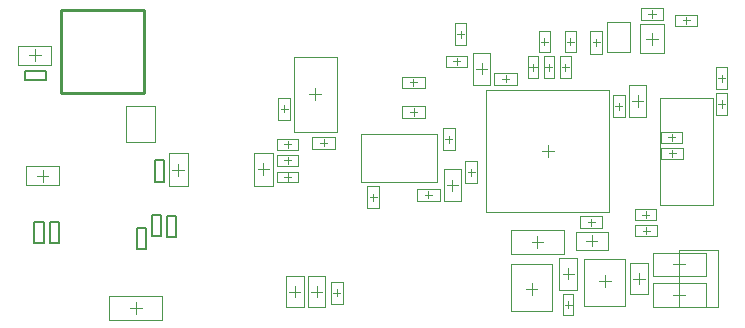
<source format=gbr>
%TF.GenerationSoftware,Altium Limited,Altium Designer,20.2.6 (244)*%
G04 Layer_Color=32768*
%FSLAX45Y45*%
%MOMM*%
%TF.SameCoordinates,5B1E47F8-7F56-49C7-AB48-EE235D2752C7*%
%TF.FilePolarity,Positive*%
%TF.FileFunction,Other,Mechanical_15*%
%TF.Part,Single*%
G01*
G75*
%TA.AperFunction,NonConductor*%
%ADD60C,0.20000*%
%ADD62C,0.10000*%
%ADD74C,0.25400*%
%ADD77C,0.05000*%
D60*
X290000Y2250000D02*
X470000D01*
Y2170000D02*
Y2250000D01*
X290000Y2170000D02*
X470000D01*
X290000D02*
Y2250000D01*
X1320000Y740000D02*
Y920000D01*
X1240000Y740000D02*
X1320000D01*
X1240000D02*
Y920000D01*
X1320000D01*
X1365025Y850000D02*
Y1030000D01*
X1445025D01*
Y850000D02*
Y1030000D01*
X1365025Y850000D02*
X1445025D01*
X1490050Y840000D02*
Y1020000D01*
X1570050D01*
Y840000D02*
Y1020000D01*
X1490050Y840000D02*
X1570050D01*
X580000Y790000D02*
Y970000D01*
X500000Y790000D02*
X580000D01*
X500000D02*
Y970000D01*
X580000D01*
X450000Y790000D02*
Y970000D01*
X370000Y790000D02*
X450000D01*
X370000D02*
Y970000D01*
X450000D01*
X1470000Y1310000D02*
Y1490000D01*
X1390000Y1310000D02*
X1470000D01*
X1390000D02*
Y1490000D01*
X1470000D01*
D62*
X5830000Y300000D02*
Y400000D01*
X5780000Y350000D02*
X5880000D01*
X4040000Y1390000D02*
X4100000D01*
X4070000Y1360000D02*
Y1420000D01*
X3910000Y1232500D02*
Y1327500D01*
X3862500Y1280000D02*
X3957500D01*
X3676000Y1200000D02*
X3736000D01*
X3706000Y1170000D02*
Y1230000D01*
X3240000Y1150000D02*
Y1210000D01*
X3210000Y1180000D02*
X3270000D01*
X3550000Y2150000D02*
X3610000D01*
X3580000Y2120000D02*
Y2180000D01*
X3552475Y1900000D02*
X3612475D01*
X3582475Y1870000D02*
Y1930000D01*
X3880000Y1640000D02*
Y1700000D01*
X3850000Y1670000D02*
X3910000D01*
X4109975Y2267576D02*
X4204975D01*
X4157475Y2220076D02*
Y2315076D01*
X3947500Y2300000D02*
Y2360000D01*
X3917500Y2330000D02*
X3977500D01*
X3950000Y2560000D02*
X4010000D01*
X3980000Y2530000D02*
Y2590000D01*
X4657475Y2495076D02*
X4717475D01*
X4687475Y2465076D02*
Y2525076D01*
X4562450Y2280051D02*
X4622450D01*
X4592450Y2250051D02*
Y2310051D01*
X4697475Y2280051D02*
X4757475D01*
X4727475Y2250051D02*
Y2310050D01*
X4837384Y2280051D02*
X4897384D01*
X4867384Y2250051D02*
Y2310051D01*
X4877475Y2495077D02*
X4937475D01*
X4907475Y2465077D02*
Y2525077D01*
X5098794Y2490000D02*
X5158794D01*
X5128794Y2460000D02*
Y2520000D01*
X5222500Y2660000D02*
X5417500D01*
Y2405000D02*
Y2660000D01*
X5222500Y2405000D02*
X5417500D01*
X5222500D02*
Y2660000D01*
X5430026Y1992500D02*
X5525026D01*
X5477525Y1945000D02*
Y2040000D01*
X5600000Y2470000D02*
Y2570000D01*
X5550000Y2520000D02*
X5650000D01*
X5890000Y2645041D02*
Y2705041D01*
X5860000Y2675041D02*
X5920000D01*
X6160000Y2187500D02*
X6220000D01*
X6190000Y2157500D02*
Y2217500D01*
X5767500Y1655025D02*
Y1715025D01*
X5737500Y1685025D02*
X5797500D01*
X5770000Y1520000D02*
Y1580000D01*
X5740000Y1550000D02*
X5800000D01*
X5547500Y1000000D02*
Y1060000D01*
X5517500Y1030000D02*
X5577500D01*
X5550000Y864975D02*
Y924975D01*
X5520000Y894975D02*
X5580000D01*
X5084000Y937525D02*
Y997525D01*
X5054000Y967525D02*
X5114000D01*
X5090000Y762500D02*
Y857500D01*
X5042500Y810000D02*
X5137500D01*
X5830000Y560000D02*
Y660000D01*
X5780000Y610000D02*
X5880000D01*
X5442475Y490000D02*
X5537474D01*
X5489975Y442500D02*
Y537500D01*
X5200000Y420000D02*
Y520000D01*
X5150000Y470000D02*
X5250000D01*
X4842500Y530000D02*
X4937500D01*
X4890000Y482500D02*
Y577500D01*
X4860000Y267500D02*
X4920000D01*
X4890000Y237500D02*
Y297500D01*
X4579974Y350000D02*
Y450000D01*
X4529974Y400000D02*
X4629974D01*
X2900000Y370000D02*
X2960000D01*
X2930000Y340000D02*
Y400000D01*
X2712500Y380000D02*
X2807500D01*
X2760000Y332500D02*
Y427500D01*
X2527474Y380000D02*
X2622474D01*
X2574974Y332500D02*
Y427500D01*
X2260000Y1415000D02*
X2360000D01*
X2310000Y1365000D02*
Y1465000D01*
X2230000Y1275000D02*
Y1555000D01*
X2390000Y1275000D02*
Y1555000D01*
X2230000Y1275000D02*
X2390000D01*
X2230000Y1555000D02*
X2390000D01*
X2515025Y1595026D02*
Y1655025D01*
X2485026Y1625025D02*
X2545025D01*
X2515025Y1460000D02*
Y1520000D01*
X2485026Y1490000D02*
X2545025D01*
X2515025Y1320000D02*
Y1380000D01*
X2485026Y1350000D02*
X2545025D01*
X2820000Y1610000D02*
Y1670000D01*
X2790000Y1640000D02*
X2850000D01*
X2457475Y1926000D02*
X2517475D01*
X2487475Y1896000D02*
Y1956000D01*
X375000Y2330000D02*
Y2430000D01*
X325000Y2380000D02*
X425000D01*
X235000Y2300000D02*
X515000D01*
X235000Y2460000D02*
X515000D01*
Y2300000D02*
Y2460000D01*
X235000Y2300000D02*
Y2460000D01*
X1230000Y190000D02*
Y290000D01*
X1180000Y240000D02*
X1280000D01*
X440000Y1309975D02*
Y1409975D01*
X390000Y1359975D02*
X490000D01*
X300000Y1279975D02*
X580000D01*
X300000Y1439975D02*
X580000D01*
Y1279975D02*
Y1439975D01*
X300000Y1279975D02*
Y1439975D01*
X1540025Y1410000D02*
X1640025D01*
X1590025Y1360000D02*
Y1460000D01*
X1510025Y1270000D02*
Y1550000D01*
X1670025Y1270000D02*
Y1550000D01*
X1510025Y1270000D02*
X1670025D01*
X1510025Y1550000D02*
X1670025D01*
X1145000Y1950000D02*
X1395000D01*
X1145000Y1650000D02*
Y1950000D01*
Y1650000D02*
X1395000D01*
Y1950000D01*
X3140000Y1307525D02*
X3780000D01*
X3140000D02*
Y1713925D01*
X3780000D01*
Y1307525D02*
Y1713925D01*
X5600000Y2700000D02*
Y2760000D01*
X5570000Y2730000D02*
X5630000D01*
X6190000Y1937500D02*
Y1997500D01*
X6160000Y1967500D02*
X6220000D01*
X5320000Y1920000D02*
Y1980000D01*
X5290000Y1950000D02*
X5350000D01*
X2700000Y2050000D02*
X2800000D01*
X2750000Y2000000D02*
Y2100000D01*
X4580000Y800000D02*
X4680000D01*
X4630000Y750000D02*
Y850000D01*
X4717475Y1520050D02*
Y1620050D01*
X4667475Y1570050D02*
X4767475D01*
X4331475Y2180051D02*
X4391475D01*
X4361475Y2150051D02*
Y2210050D01*
D74*
X600000Y2760000D02*
X1300000D01*
Y2060000D02*
Y2760000D01*
X600000Y2060000D02*
X1300000D01*
X600000D02*
Y2760000D01*
D77*
X5605000Y450000D02*
X6055000D01*
X5605000Y250000D02*
X6055000D01*
X5605000D02*
Y450000D01*
X6055000Y250000D02*
Y450000D01*
X6155100Y248700D02*
Y731300D01*
X5824900D02*
X6155100D01*
X5824900Y248700D02*
Y731300D01*
Y248700D02*
X6155100D01*
X4020000Y1295000D02*
Y1485000D01*
X4120000Y1295000D02*
Y1485000D01*
X4020000Y1295000D02*
X4120000D01*
X4020000Y1485000D02*
X4120000D01*
X3835000Y1145000D02*
X3985000D01*
X3835000Y1415000D02*
X3985000D01*
X3835000Y1145000D02*
Y1415000D01*
X3985000Y1145000D02*
Y1415000D01*
X3611000Y1150000D02*
Y1250000D01*
X3801000Y1150000D02*
Y1250000D01*
X3611000D02*
X3801000D01*
X3611000Y1150000D02*
X3801000D01*
X3190000Y1085000D02*
X3290000D01*
X3190000Y1275000D02*
X3290000D01*
X3190000Y1085000D02*
Y1275000D01*
X3290000Y1085000D02*
Y1275000D01*
X3485000Y2100000D02*
Y2200000D01*
X3675000Y2100000D02*
Y2200000D01*
X3485000D02*
X3675000D01*
X3485000Y2100000D02*
X3675000D01*
X3487475Y1850000D02*
Y1950000D01*
X3677475Y1850000D02*
Y1950000D01*
X3487475D02*
X3677475D01*
X3487475Y1850000D02*
X3677475D01*
X3830000Y1765000D02*
X3930000D01*
X3830000Y1575000D02*
X3930000D01*
Y1765000D01*
X3830000Y1575000D02*
Y1765000D01*
X4082475Y2132576D02*
Y2402576D01*
X4232475Y2132576D02*
Y2402576D01*
X4082475Y2132576D02*
X4232475D01*
X4082475Y2402576D02*
X4232475D01*
X3857500Y2375000D02*
X4037500D01*
X3857500Y2285000D02*
X4037500D01*
X3857500D02*
Y2375000D01*
X4037500Y2285000D02*
Y2375000D01*
X3935000Y2470000D02*
Y2650000D01*
X4025000Y2470000D02*
Y2650000D01*
X3935000Y2470000D02*
X4025000D01*
X3935000Y2650000D02*
X4025000D01*
X4732475Y2405076D02*
Y2585076D01*
X4642475Y2405076D02*
Y2585076D01*
X4732475D01*
X4642475Y2405076D02*
X4732475D01*
X4547450Y2190051D02*
Y2370051D01*
X4637450Y2190051D02*
Y2370051D01*
X4547450Y2190051D02*
X4637450D01*
X4547450Y2370051D02*
X4637450D01*
X4682475Y2190050D02*
Y2370051D01*
X4772475Y2190050D02*
Y2370051D01*
X4682475Y2190050D02*
X4772475D01*
X4682475Y2370051D02*
X4772475D01*
X4822384Y2190051D02*
Y2370051D01*
X4912384Y2190051D02*
Y2370051D01*
X4822384Y2190051D02*
X4912384D01*
X4822384Y2370051D02*
X4912384D01*
X4952475Y2405077D02*
Y2585077D01*
X4862475Y2405077D02*
Y2585077D01*
X4952475D01*
X4862475Y2405077D02*
X4952475D01*
X5078794Y2395000D02*
Y2585000D01*
X5178794Y2395000D02*
Y2585000D01*
X5078794Y2395000D02*
X5178794D01*
X5078794Y2585000D02*
X5178794D01*
X5552526Y1857500D02*
Y2127500D01*
X5402526Y1857500D02*
Y2127500D01*
X5552526D01*
X5402526Y1857500D02*
X5552526D01*
X5500000Y2397500D02*
X5700000D01*
X5500000Y2642500D02*
X5700000D01*
X5500000Y2397500D02*
Y2642500D01*
X5700000Y2397500D02*
Y2642500D01*
X5795000Y2725041D02*
X5985000D01*
X5795000Y2625041D02*
X5985000D01*
X5795000D02*
Y2725041D01*
X5985000Y2625041D02*
Y2725041D01*
X6145000Y2097500D02*
Y2277500D01*
X6235000Y2097500D02*
Y2277500D01*
X6145000Y2097500D02*
X6235000D01*
X6145000Y2277500D02*
X6235000D01*
X5677500Y1640025D02*
X5857500D01*
X5677500Y1730025D02*
X5857500D01*
Y1640025D02*
Y1730025D01*
X5677500Y1640025D02*
Y1730025D01*
X5680000Y1505000D02*
X5860000D01*
X5680000Y1595000D02*
X5860000D01*
Y1505000D02*
Y1595000D01*
X5680000Y1505000D02*
Y1595000D01*
X5457500Y1075000D02*
X5637500D01*
X5457500Y985000D02*
X5637500D01*
X5457500D02*
Y1075000D01*
X5637500Y985000D02*
Y1075000D01*
X5460000Y939975D02*
X5640000D01*
X5460000Y849975D02*
X5640000D01*
X5460000D02*
Y939975D01*
X5640000Y849975D02*
Y939975D01*
X4989000Y917525D02*
X5179000D01*
X4989000Y1017525D02*
X5179000D01*
Y917525D02*
Y1017525D01*
X4989000Y917525D02*
Y1017525D01*
X4955000Y735000D02*
X5225000D01*
X4955000Y885000D02*
X5225000D01*
Y735000D02*
Y885000D01*
X4955000Y735000D02*
Y885000D01*
X5605000Y710000D02*
X6055000D01*
X5605000Y510000D02*
X6055000D01*
X5605000D02*
Y710000D01*
X6055000Y510000D02*
Y710000D01*
X5414974Y355000D02*
Y625000D01*
X5564974Y355000D02*
Y625000D01*
X5414974Y355000D02*
X5564974D01*
X5414974Y625000D02*
X5564974D01*
X5025000Y260000D02*
X5375000D01*
X5025000Y657500D02*
X5375000D01*
X5025000Y260000D02*
Y657500D01*
X5375000Y260000D02*
Y657500D01*
X4815000Y395000D02*
Y665000D01*
X4965000Y395000D02*
Y665000D01*
X4815000Y395000D02*
X4965000D01*
X4815000Y665000D02*
X4965000D01*
X4935000Y177500D02*
Y357500D01*
X4845000Y177500D02*
Y357500D01*
X4935000D01*
X4845000Y177500D02*
X4935000D01*
X4404974Y610000D02*
X4754974D01*
X4404974Y212500D02*
X4754974D01*
Y610000D01*
X4404974Y212500D02*
Y610000D01*
X2880000Y275000D02*
Y465000D01*
X2980000Y275000D02*
Y465000D01*
X2880000Y275000D02*
X2980000D01*
X2880000Y465000D02*
X2980000D01*
X2685000Y245000D02*
Y515000D01*
X2835000Y245000D02*
Y515000D01*
X2685000Y245000D02*
X2835000D01*
X2685000Y515000D02*
X2835000D01*
X2499974Y245000D02*
Y515000D01*
X2649974Y245000D02*
Y515000D01*
X2499974Y245000D02*
X2649974D01*
X2499974Y515000D02*
X2649974D01*
X2425025Y1580025D02*
X2605026D01*
X2425025Y1670025D02*
X2605026D01*
Y1580025D02*
Y1670025D01*
X2425025Y1580025D02*
Y1670025D01*
Y1445000D02*
X2605026D01*
X2425025Y1535000D02*
X2605026D01*
Y1445000D02*
Y1535000D01*
X2425025Y1445000D02*
Y1535000D01*
Y1305000D02*
X2605026D01*
X2425025Y1395000D02*
X2605026D01*
Y1305000D02*
Y1395000D01*
X2425025Y1305000D02*
Y1395000D01*
X2725000Y1590000D02*
X2915000D01*
X2725000Y1690000D02*
X2915000D01*
Y1590000D02*
Y1690000D01*
X2725000Y1590000D02*
Y1690000D01*
X2437475Y1831000D02*
Y2021000D01*
X2537475Y1831000D02*
Y2021000D01*
X2437475Y1831000D02*
X2537475D01*
X2437475Y2021000D02*
X2537475D01*
X1005000Y340000D02*
X1455000D01*
X1005000Y140000D02*
X1455000D01*
X1005000D02*
Y340000D01*
X1455000Y140000D02*
Y340000D01*
X5505000Y2780000D02*
X5695000D01*
X5505000Y2680000D02*
X5695000D01*
X5505000D02*
Y2780000D01*
X5695000Y2680000D02*
Y2780000D01*
X6145000Y2057500D02*
X6235000D01*
X6145000Y1877500D02*
X6235000D01*
Y2057500D01*
X6145000Y1877500D02*
Y2057500D01*
X5270000Y1855000D02*
X5370000D01*
X5270000Y2045000D02*
X5370000D01*
X5270000Y1855000D02*
Y2045000D01*
X5370000Y1855000D02*
Y2045000D01*
X5670000Y1112500D02*
X6120000D01*
Y2017500D01*
X5670000D02*
X6120000D01*
X5670000Y1112500D02*
Y2017500D01*
X2570000Y1730000D02*
Y2370000D01*
X2930000Y1730000D02*
Y2370000D01*
X2570000Y1730000D02*
X2930000D01*
X2570000Y2370000D02*
X2930000D01*
X4855000Y700000D02*
Y900000D01*
X4405000Y700000D02*
Y900000D01*
Y700000D02*
X4855000D01*
X4405000Y900000D02*
X4855000D01*
X4197475Y1050050D02*
X5237475D01*
X4197475Y2090050D02*
X5237475D01*
Y1050050D02*
Y2090050D01*
X4197475Y1050050D02*
Y2090050D01*
X4456475Y2130051D02*
Y2230051D01*
X4266475Y2130051D02*
Y2230051D01*
Y2130051D02*
X4456475D01*
X4266475Y2230051D02*
X4456475D01*
%TF.MD5,4c077418e905f836027ec9bf3d2fd592*%
M02*

</source>
